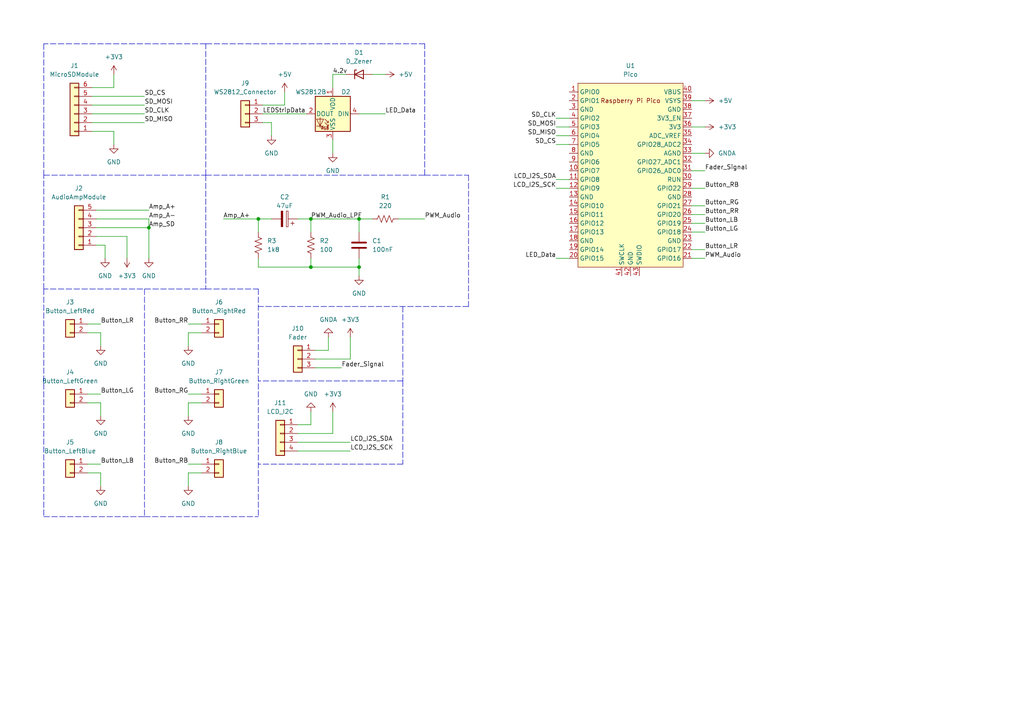
<source format=kicad_sch>
(kicad_sch (version 20211123) (generator eeschema)
  (paper "A4")
  (lib_symbols
    (symbol "Connector_Generic:Conn_01x02" (pin_names (offset 1.016) hide)
      (property "Reference" "J" (at 0 2.54 0))
      (property "Value" "Conn_01x02" (at 0 -5.08 0))
      (symbol "Conn_01x02_1_1"
        (rectangle (start -1.27 -2.413) (end 0 -2.667) (stroke (width 0.1524)))
        (rectangle (start -1.27 0.127) (end 0 -0.127) (stroke (width 0.1524)))
        (rectangle (start -1.27 1.27) (end 1.27 -3.81) (stroke (width 0.254)) (fill (type background)))
        (pin passive line (at -5.08 0 0) (length 3.81) (name "Pin_1") (number "1"))
        (pin passive line (at -5.08 -2.54 0) (length 3.81) (name "Pin_2") (number "2"))
      )
    )
    (symbol "Connector_Generic:Conn_01x03" (pin_names (offset 1.016) hide)
      (property "Reference" "J" (at 0 5.08 0))
      (property "Value" "Conn_01x03" (at 0 -5.08 0))
      (symbol "Conn_01x03_1_1"
        (rectangle (start -1.27 -2.413) (end 0 -2.667) (stroke (width 0.1524)))
        (rectangle (start -1.27 0.127) (end 0 -0.127) (stroke (width 0.1524)))
        (rectangle (start -1.27 2.667) (end 0 2.413) (stroke (width 0.1524)))
        (rectangle (start -1.27 3.81) (end 1.27 -3.81) (stroke (width 0.254)) (fill (type background)))
        (pin passive line (at -5.08 2.54 0) (length 3.81) (name "Pin_1") (number "1"))
        (pin passive line (at -5.08 0 0) (length 3.81) (name "Pin_2") (number "2"))
        (pin passive line (at -5.08 -2.54 0) (length 3.81) (name "Pin_3") (number "3"))
      )
    )
    (symbol "Connector_Generic:Conn_01x04" (pin_names (offset 1.016) hide)
      (property "Reference" "J" (at 0 5.08 0))
      (property "Value" "Conn_01x04" (at 0 -7.62 0))
      (symbol "Conn_01x04_1_1"
        (rectangle (start -1.27 -4.953) (end 0 -5.207) (stroke (width 0.1524)))
        (rectangle (start -1.27 -2.413) (end 0 -2.667) (stroke (width 0.1524)))
        (rectangle (start -1.27 0.127) (end 0 -0.127) (stroke (width 0.1524)))
        (rectangle (start -1.27 2.667) (end 0 2.413) (stroke (width 0.1524)))
        (rectangle (start -1.27 3.81) (end 1.27 -6.35) (stroke (width 0.254)) (fill (type background)))
        (pin passive line (at -5.08 2.54 0) (length 3.81) (name "Pin_1") (number "1"))
        (pin passive line (at -5.08 0 0) (length 3.81) (name "Pin_2") (number "2"))
        (pin passive line (at -5.08 -2.54 0) (length 3.81) (name "Pin_3") (number "3"))
        (pin passive line (at -5.08 -5.08 0) (length 3.81) (name "Pin_4") (number "4"))
      )
    )
    (symbol "Connector_Generic:Conn_01x05" (pin_names (offset 1.016) hide)
      (property "Reference" "J" (at 0 7.62 0))
      (property "Value" "Conn_01x05" (at 0 -7.62 0))
      (symbol "Conn_01x05_1_1"
        (rectangle (start -1.27 -4.953) (end 0 -5.207) (stroke (width 0.1524)))
        (rectangle (start -1.27 -2.413) (end 0 -2.667) (stroke (width 0.1524)))
        (rectangle (start -1.27 0.127) (end 0 -0.127) (stroke (width 0.1524)))
        (rectangle (start -1.27 2.667) (end 0 2.413) (stroke (width 0.1524)))
        (rectangle (start -1.27 5.207) (end 0 4.953) (stroke (width 0.1524)))
        (rectangle (start -1.27 6.35) (end 1.27 -6.35) (stroke (width 0.254)) (fill (type background)))
        (pin passive line (at -5.08 5.08 0) (length 3.81) (name "Pin_1") (number "1"))
        (pin passive line (at -5.08 2.54 0) (length 3.81) (name "Pin_2") (number "2"))
        (pin passive line (at -5.08 0 0) (length 3.81) (name "Pin_3") (number "3"))
        (pin passive line (at -5.08 -2.54 0) (length 3.81) (name "Pin_4") (number "4"))
        (pin passive line (at -5.08 -5.08 0) (length 3.81) (name "Pin_5") (number "5"))
      )
    )
    (symbol "Connector_Generic:Conn_01x06" (pin_names (offset 1.016) hide)
      (property "Reference" "J" (at 0 7.62 0))
      (property "Value" "Conn_01x06" (at 0 -10.16 0))
      (symbol "Conn_01x06_1_1"
        (rectangle (start -1.27 -7.493) (end 0 -7.747) (stroke (width 0.1524)))
        (rectangle (start -1.27 -4.953) (end 0 -5.207) (stroke (width 0.1524)))
        (rectangle (start -1.27 -2.413) (end 0 -2.667) (stroke (width 0.1524)))
        (rectangle (start -1.27 0.127) (end 0 -0.127) (stroke (width 0.1524)))
        (rectangle (start -1.27 2.667) (end 0 2.413) (stroke (width 0.1524)))
        (rectangle (start -1.27 5.207) (end 0 4.953) (stroke (width 0.1524)))
        (rectangle (start -1.27 6.35) (end 1.27 -8.89) (stroke (width 0.254)) (fill (type background)))
        (pin passive line (at -5.08 5.08 0) (length 3.81) (name "Pin_1") (number "1"))
        (pin passive line (at -5.08 2.54 0) (length 3.81) (name "Pin_2") (number "2"))
        (pin passive line (at -5.08 0 0) (length 3.81) (name "Pin_3") (number "3"))
        (pin passive line (at -5.08 -2.54 0) (length 3.81) (name "Pin_4") (number "4"))
        (pin passive line (at -5.08 -5.08 0) (length 3.81) (name "Pin_5") (number "5"))
        (pin passive line (at -5.08 -7.62 0) (length 3.81) (name "Pin_6") (number "6"))
      )
    )
    (symbol "Device:C" (pin_numbers hide) (pin_names (offset 0.254))
      (property "Reference" "C" (at 0.635 2.54 0))
      (property "Value" "C" (at 0.635 -2.54 0))
      (symbol "C_0_1"
        (polyline (pts (xy -2.032 -0.762) (xy 2.032 -0.762)) (stroke (width 0.508)))
        (polyline (pts (xy -2.032 0.762) (xy 2.032 0.762)) (stroke (width 0.508)))
      )
      (symbol "C_1_1"
        (pin passive line (at 0 3.81 270) (length 2.794) (name "~") (number "1"))
        (pin passive line (at 0 -3.81 90) (length 2.794) (name "~") (number "2"))
      )
    )
    (symbol "Device:C_Polarized" (pin_numbers hide) (pin_names (offset 0.254))
      (property "Reference" "C" (at 0.635 2.54 0))
      (property "Value" "C_Polarized" (at 0.635 -2.54 0))
      (symbol "C_Polarized_0_1"
        (rectangle (start -2.286 0.508) (end 2.286 1.016))
        (polyline (pts (xy -1.778 2.286) (xy -0.762 2.286)))
        (polyline (pts (xy -1.27 2.794) (xy -1.27 1.778)))
        (rectangle (start 2.286 -0.508) (end -2.286 -1.016) (fill (type outline)))
      )
      (symbol "C_Polarized_1_1"
        (pin passive line (at 0 3.81 270) (length 2.794) (name "~") (number "1"))
        (pin passive line (at 0 -3.81 90) (length 2.794) (name "~") (number "2"))
      )
    )
    (symbol "Device:D_Zener" (pin_numbers hide) (pin_names (offset 1.016) hide)
      (property "Reference" "D" (at 0 2.54 0))
      (property "Value" "D_Zener" (at 0 -2.54 0))
      (symbol "D_Zener_0_1"
        (polyline (pts (xy 1.27 0) (xy -1.27 0)))
        (polyline (pts (xy -1.27 -1.27) (xy -1.27 1.27) (xy -0.762 1.27)) (stroke (width 0.254)))
        (polyline (pts (xy 1.27 -1.27) (xy 1.27 1.27) (xy -1.27 0) (xy 1.27 -1.27)) (stroke (width 0.254)))
      )
      (symbol "D_Zener_1_1"
        (pin passive line (at -3.81 0 0) (length 2.54) (name "K") (number "1"))
        (pin passive line (at 3.81 0 180) (length 2.54) (name "A") (number "2"))
      )
    )
    (symbol "Device:R_US" (pin_numbers hide) (pin_names (offset 0))
      (property "Reference" "R" (at 2.54 0 90))
      (property "Value" "R_US" (at -2.54 0 90))
      (symbol "R_US_0_1"
        (polyline (pts (xy 0 -2.286) (xy 0 -2.54)))
        (polyline (pts (xy 0 2.286) (xy 0 2.54)))
        (polyline (pts (xy 0 -0.762) (xy 1.016 -1.143) (xy 0 -1.524) (xy -1.016 -1.905) (xy 0 -2.286)))
        (polyline (pts (xy 0 0.762) (xy 1.016 0.381) (xy 0 0) (xy -1.016 -0.381) (xy 0 -0.762)))
        (polyline (pts (xy 0 2.286) (xy 1.016 1.905) (xy 0 1.524) (xy -1.016 1.143) (xy 0 0.762)))
      )
      (symbol "R_US_1_1"
        (pin passive line (at 0 3.81 270) (length 1.27) (name "~") (number "1"))
        (pin passive line (at 0 -3.81 90) (length 1.27) (name "~") (number "2"))
      )
    )
    (symbol "LED:WS2812B" (pin_names (offset 0.254))
      (property "Reference" "D" (at 5.08 5.715 0))
      (property "Value" "WS2812B" (at 1.27 -5.715 0))
      (symbol "WS2812B_0_0"
        (text "RGB" (at 2.286 -4.191 0) (effects (font (size 0.762 0.762))))
      )
      (symbol "WS2812B_0_1"
        (polyline (pts (xy 1.27 -3.556) (xy 1.778 -3.556)))
        (polyline (pts (xy 1.27 -2.54) (xy 1.778 -2.54)))
        (polyline (pts (xy 4.699 -3.556) (xy 2.667 -3.556)))
        (polyline (pts (xy 2.286 -2.54) (xy 1.27 -3.556) (xy 1.27 -3.048)))
        (polyline (pts (xy 2.286 -1.524) (xy 1.27 -2.54) (xy 1.27 -2.032)))
        (polyline (pts (xy 3.683 -1.016) (xy 3.683 -3.556) (xy 3.683 -4.064)))
        (polyline (pts (xy 4.699 -1.524) (xy 2.667 -1.524) (xy 3.683 -3.556) (xy 4.699 -1.524)))
        (rectangle (start 5.08 5.08) (end -5.08 -5.08) (stroke (width 0.254)) (fill (type background)))
      )
      (symbol "WS2812B_1_1"
        (pin power_in line (at 0 7.62 270) (length 2.54) (name "VDD") (number "1"))
        (pin output line (at 7.62 0 180) (length 2.54) (name "DOUT") (number "2"))
        (pin power_in line (at 0 -7.62 90) (length 2.54) (name "VSS") (number "3"))
        (pin input line (at -7.62 0 0) (length 2.54) (name "DIN") (number "4"))
      )
    )
    (symbol "MCU_RaspberryPi_and_Boards:Pico"
      (property "Reference" "U" (at -13.97 27.94 0))
      (property "Value" "Pico" (at 0 19.05 0))
      (symbol "Pico_0_0"
        (text "Raspberry Pi Pico" (at 0 21.59 0) (effects (font (size 1.27 1.27))))
      )
      (symbol "Pico_0_1"
        (rectangle (start -15.24 26.67) (end 15.24 -26.67) (fill (type background)))
      )
      (symbol "Pico_1_1"
        (pin bidirectional line (at -17.78 24.13 0) (length 2.54) (name "GPIO0") (number "1"))
        (pin bidirectional line (at -17.78 1.27 0) (length 2.54) (name "GPIO7") (number "10"))
        (pin bidirectional line (at -17.78 -1.27 0) (length 2.54) (name "GPIO8") (number "11"))
        (pin bidirectional line (at -17.78 -3.81 0) (length 2.54) (name "GPIO9") (number "12"))
        (pin power_in line (at -17.78 -6.35 0) (length 2.54) (name "GND") (number "13"))
        (pin bidirectional line (at -17.78 -8.89 0) (length 2.54) (name "GPIO10") (number "14"))
        (pin bidirectional line (at -17.78 -11.43 0) (length 2.54) (name "GPIO11") (number "15"))
        (pin bidirectional line (at -17.78 -13.97 0) (length 2.54) (name "GPIO12") (number "16"))
        (pin bidirectional line (at -17.78 -16.51 0) (length 2.54) (name "GPIO13") (number "17"))
        (pin power_in line (at -17.78 -19.05 0) (length 2.54) (name "GND") (number "18"))
        (pin bidirectional line (at -17.78 -21.59 0) (length 2.54) (name "GPIO14") (number "19"))
        (pin bidirectional line (at -17.78 21.59 0) (length 2.54) (name "GPIO1") (number "2"))
        (pin bidirectional line (at -17.78 -24.13 0) (length 2.54) (name "GPIO15") (number "20"))
        (pin bidirectional line (at 17.78 -24.13 180) (length 2.54) (name "GPIO16") (number "21"))
        (pin bidirectional line (at 17.78 -21.59 180) (length 2.54) (name "GPIO17") (number "22"))
        (pin power_in line (at 17.78 -19.05 180) (length 2.54) (name "GND") (number "23"))
        (pin bidirectional line (at 17.78 -16.51 180) (length 2.54) (name "GPIO18") (number "24"))
        (pin bidirectional line (at 17.78 -13.97 180) (length 2.54) (name "GPIO19") (number "25"))
        (pin bidirectional line (at 17.78 -11.43 180) (length 2.54) (name "GPIO20") (number "26"))
        (pin bidirectional line (at 17.78 -8.89 180) (length 2.54) (name "GPIO21") (number "27"))
        (pin power_in line (at 17.78 -6.35 180) (length 2.54) (name "GND") (number "28"))
        (pin bidirectional line (at 17.78 -3.81 180) (length 2.54) (name "GPIO22") (number "29"))
        (pin power_in line (at -17.78 19.05 0) (length 2.54) (name "GND") (number "3"))
        (pin input line (at 17.78 -1.27 180) (length 2.54) (name "RUN") (number "30"))
        (pin bidirectional line (at 17.78 1.27 180) (length 2.54) (name "GPIO26_ADC0") (number "31"))
        (pin bidirectional line (at 17.78 3.81 180) (length 2.54) (name "GPIO27_ADC1") (number "32"))
        (pin power_in line (at 17.78 6.35 180) (length 2.54) (name "AGND") (number "33"))
        (pin bidirectional line (at 17.78 8.89 180) (length 2.54) (name "GPIO28_ADC2") (number "34"))
        (pin power_in line (at 17.78 11.43 180) (length 2.54) (name "ADC_VREF") (number "35"))
        (pin power_in line (at 17.78 13.97 180) (length 2.54) (name "3V3") (number "36"))
        (pin input line (at 17.78 16.51 180) (length 2.54) (name "3V3_EN") (number "37"))
        (pin bidirectional line (at 17.78 19.05 180) (length 2.54) (name "GND") (number "38"))
        (pin power_in line (at 17.78 21.59 180) (length 2.54) (name "VSYS") (number "39"))
        (pin bidirectional line (at -17.78 16.51 0) (length 2.54) (name "GPIO2") (number "4"))
        (pin power_in line (at 17.78 24.13 180) (length 2.54) (name "VBUS") (number "40"))
        (pin input line (at -2.54 -29.21 90) (length 2.54) (name "SWCLK") (number "41"))
        (pin power_in line (at 0 -29.21 90) (length 2.54) (name "GND") (number "42"))
        (pin bidirectional line (at 2.54 -29.21 90) (length 2.54) (name "SWDIO") (number "43"))
        (pin bidirectional line (at -17.78 13.97 0) (length 2.54) (name "GPIO3") (number "5"))
        (pin bidirectional line (at -17.78 11.43 0) (length 2.54) (name "GPIO4") (number "6"))
        (pin bidirectional line (at -17.78 8.89 0) (length 2.54) (name "GPIO5") (number "7"))
        (pin power_in line (at -17.78 6.35 0) (length 2.54) (name "GND") (number "8"))
        (pin bidirectional line (at -17.78 3.81 0) (length 2.54) (name "GPIO6") (number "9"))
      )
    )
    (symbol "power:+3.3V" (power) (pin_names (offset 0))
      (property "Value" "+3.3V" (at 0 3.556 0))
      (symbol "+3.3V_0_1"
        (polyline (pts (xy -0.762 1.27) (xy 0 2.54)))
        (polyline (pts (xy 0 0) (xy 0 2.54)))
        (polyline (pts (xy 0 2.54) (xy 0.762 1.27)))
      )
      (symbol "+3.3V_1_1"
        (pin power_in line (at 0 0 90) (length 0) hide (name "+3V3") (number "1"))
      )
    )
    (symbol "power:+5V" (power) (pin_names (offset 0))
      (property "Value" "+5V" (at 0 3.556 0))
      (symbol "+5V_0_1"
        (polyline (pts (xy -0.762 1.27) (xy 0 2.54)))
        (polyline (pts (xy 0 0) (xy 0 2.54)))
        (polyline (pts (xy 0 2.54) (xy 0.762 1.27)))
      )
      (symbol "+5V_1_1"
        (pin power_in line (at 0 0 90) (length 0) hide (name "+5V") (number "1"))
      )
    )
    (symbol "power:GND" (power) (pin_names (offset 0))
      (property "Value" "GND" (at 0 -3.81 0))
      (symbol "GND_0_1"
        (polyline (pts (xy 0 0) (xy 0 -1.27) (xy 1.27 -1.27) (xy 0 -2.54) (xy -1.27 -1.27) (xy 0 -1.27)))
      )
      (symbol "GND_1_1"
        (pin power_in line (at 0 0 270) (length 0) hide (name "GND") (number "1"))
      )
    )
    (symbol "power:GNDA" (power) (pin_names (offset 0))
      (property "Value" "GNDA" (at 0 -3.81 0))
      (symbol "GNDA_0_1"
        (polyline (pts (xy 0 0) (xy 0 -1.27) (xy 1.27 -1.27) (xy 0 -2.54) (xy -1.27 -1.27) (xy 0 -1.27)))
      )
      (symbol "GNDA_1_1"
        (pin power_in line (at 0 0 270) (length 0) hide (name "GNDA") (number "1"))
      )
    )
  )
  (junction (at 104.14 63.5))
  (junction (at 43.18 66.04))
  (junction (at 90.17 63.5))
  (junction (at 74.93 63.5))
  (junction (at 104.14 77.47))
  (junction (at 90.17 77.47))
  (polyline (pts (xy 123.19 50.8) (xy 123.19 12.7)))
  (wire (pts (xy 82.55 26.67) (xy 82.55 30.48)))
  (polyline (pts (xy 123.19 12.7) (xy 59.69 12.7)))
  (wire (pts (xy 26.67 30.48) (xy 41.91 30.48)))
  (wire (pts (xy 54.61 96.52) (xy 58.42 96.52)))
  (polyline (pts (xy 135.89 50.8) (xy 135.89 88.9)))
  (polyline (pts (xy 59.69 83.82) (xy 12.7 83.82)))
  (wire (pts (xy 54.61 116.84) (xy 54.61 120.65)))
  (wire (pts (xy 204.47 72.39) (xy 200.66 72.39)))
  (wire (pts (xy 74.93 77.47) (xy 90.17 77.47)))
  (wire (pts (xy 76.2 33.02) (xy 88.9 33.02)))
  (wire (pts (xy 91.44 106.68) (xy 99.06 106.68)))
  (wire (pts (xy 26.67 35.56) (xy 41.91 35.56)))
  (polyline (pts (xy 59.69 83.82) (xy 74.93 83.82)))
  (wire (pts (xy 76.2 30.48) (xy 82.55 30.48)))
  (wire (pts (xy 29.21 96.52) (xy 29.21 100.33)))
  (wire (pts (xy 104.14 63.5) (xy 104.14 67.31)))
  (wire (pts (xy 29.21 137.16) (xy 25.4 137.16)))
  (polyline (pts (xy 59.69 12.7) (xy 12.7 12.7)))
  (wire (pts (xy 27.94 71.12) (xy 30.48 71.12)))
  (polyline (pts (xy 59.69 50.8) (xy 59.69 83.82)))
  (polyline (pts (xy 116.84 110.49) (xy 116.84 134.62)))
  (polyline (pts (xy 59.69 50.8) (xy 59.69 12.7)))
  (wire (pts (xy 204.47 64.77) (xy 200.66 64.77)))
  (wire (pts (xy 104.14 74.93) (xy 104.14 77.47)))
  (wire (pts (xy 27.94 60.96) (xy 43.18 60.96)))
  (wire (pts (xy 30.48 71.12) (xy 30.48 74.93)))
  (wire (pts (xy 204.47 62.23) (xy 200.66 62.23)))
  (wire (pts (xy 54.61 93.98) (xy 58.42 93.98)))
  (wire (pts (xy 161.29 34.29) (xy 165.1 34.29)))
  (wire (pts (xy 204.47 74.93) (xy 200.66 74.93)))
  (wire (pts (xy 26.67 33.02) (xy 41.91 33.02)))
  (wire (pts (xy 204.47 36.83) (xy 200.66 36.83)))
  (wire (pts (xy 27.94 68.58) (xy 36.83 68.58)))
  (wire (pts (xy 27.94 66.04) (xy 43.18 66.04)))
  (wire (pts (xy 74.93 74.93) (xy 74.93 77.47)))
  (wire (pts (xy 96.52 44.45) (xy 96.52 40.64)))
  (polyline (pts (xy 12.7 83.82) (xy 12.7 50.8)))
  (wire (pts (xy 90.17 74.93) (xy 90.17 77.47)))
  (polyline (pts (xy 123.19 50.8) (xy 135.89 50.8)))
  (wire (pts (xy 90.17 123.19) (xy 86.36 123.19)))
  (wire (pts (xy 25.4 93.98) (xy 29.21 93.98)))
  (polyline (pts (xy 74.93 83.82) (xy 74.93 149.86)))
  (wire (pts (xy 96.52 125.73) (xy 86.36 125.73)))
  (wire (pts (xy 204.47 49.53) (xy 200.66 49.53)))
  (polyline (pts (xy 41.91 83.82) (xy 41.91 149.86)))
  (wire (pts (xy 26.67 38.1) (xy 33.02 38.1)))
  (wire (pts (xy 54.61 96.52) (xy 54.61 100.33)))
  (wire (pts (xy 54.61 137.16) (xy 54.61 140.97)))
  (wire (pts (xy 26.67 27.94) (xy 41.91 27.94)))
  (wire (pts (xy 29.21 140.97) (xy 29.21 137.16)))
  (polyline (pts (xy 12.7 12.7) (xy 12.7 50.8)))
  (polyline (pts (xy 116.84 110.49) (xy 74.93 110.49)))
  (wire (pts (xy 204.47 54.61) (xy 200.66 54.61)))
  (wire (pts (xy 101.6 104.14) (xy 101.6 97.79)))
  (wire (pts (xy 43.18 63.5) (xy 43.18 66.04)))
  (wire (pts (xy 115.57 63.5) (xy 123.19 63.5)))
  (wire (pts (xy 76.2 35.56) (xy 78.74 35.56)))
  (wire (pts (xy 26.67 25.4) (xy 33.02 25.4)))
  (wire (pts (xy 204.47 44.45) (xy 200.66 44.45)))
  (wire (pts (xy 54.61 134.62) (xy 58.42 134.62)))
  (wire (pts (xy 104.14 63.5) (xy 107.95 63.5)))
  (wire (pts (xy 100.33 21.59) (xy 96.52 21.59)))
  (wire (pts (xy 91.44 104.14) (xy 101.6 104.14)))
  (wire (pts (xy 161.29 36.83) (xy 165.1 36.83)))
  (wire (pts (xy 96.52 119.38) (xy 96.52 125.73)))
  (wire (pts (xy 33.02 38.1) (xy 33.02 41.91)))
  (wire (pts (xy 95.25 97.79) (xy 95.25 101.6)))
  (polyline (pts (xy 12.7 149.86) (xy 41.91 149.86)))
  (polyline (pts (xy 116.84 88.9) (xy 116.84 110.49)))
  (wire (pts (xy 58.42 137.16) (xy 54.61 137.16)))
  (wire (pts (xy 54.61 116.84) (xy 58.42 116.84)))
  (wire (pts (xy 161.29 74.93) (xy 165.1 74.93)))
  (wire (pts (xy 36.83 68.58) (xy 36.83 74.93)))
  (wire (pts (xy 161.29 52.07) (xy 165.1 52.07)))
  (wire (pts (xy 104.14 33.02) (xy 111.76 33.02)))
  (polyline (pts (xy 12.7 83.82) (xy 12.7 149.86)))
  (wire (pts (xy 29.21 96.52) (xy 25.4 96.52)))
  (wire (pts (xy 64.77 63.5) (xy 74.93 63.5)))
  (wire (pts (xy 90.17 77.47) (xy 104.14 77.47)))
  (wire (pts (xy 29.21 116.84) (xy 29.21 120.65)))
  (polyline (pts (xy 135.89 88.9) (xy 74.93 88.9)))
  (wire (pts (xy 74.93 63.5) (xy 74.93 67.31)))
  (wire (pts (xy 54.61 114.3) (xy 58.42 114.3)))
  (wire (pts (xy 90.17 119.38) (xy 90.17 123.19)))
  (wire (pts (xy 204.47 67.31) (xy 200.66 67.31)))
  (wire (pts (xy 161.29 39.37) (xy 165.1 39.37)))
  (wire (pts (xy 161.29 41.91) (xy 165.1 41.91)))
  (polyline (pts (xy 59.69 50.8) (xy 123.19 50.8)))
  (wire (pts (xy 25.4 134.62) (xy 29.21 134.62)))
  (wire (pts (xy 33.02 21.59) (xy 33.02 25.4)))
  (wire (pts (xy 90.17 63.5) (xy 90.17 67.31)))
  (wire (pts (xy 104.14 77.47) (xy 104.14 80.01)))
  (wire (pts (xy 204.47 59.69) (xy 200.66 59.69)))
  (polyline (pts (xy 12.7 50.8) (xy 59.69 50.8)))
  (wire (pts (xy 29.21 116.84) (xy 25.4 116.84)))
  (wire (pts (xy 111.76 21.59) (xy 107.95 21.59)))
  (wire (pts (xy 86.36 130.81) (xy 101.6 130.81)))
  (wire (pts (xy 86.36 128.27) (xy 101.6 128.27)))
  (wire (pts (xy 86.36 63.5) (xy 90.17 63.5)))
  (polyline (pts (xy 116.84 134.62) (xy 74.93 134.62)))
  (wire (pts (xy 27.94 63.5) (xy 43.18 63.5)))
  (wire (pts (xy 78.74 35.56) (xy 78.74 39.37)))
  (wire (pts (xy 78.74 63.5) (xy 74.93 63.5)))
  (wire (pts (xy 90.17 63.5) (xy 104.14 63.5)))
  (wire (pts (xy 25.4 114.3) (xy 29.21 114.3)))
  (polyline (pts (xy 41.91 149.86) (xy 74.93 149.86)))
  (wire (pts (xy 204.47 29.21) (xy 200.66 29.21)))
  (wire (pts (xy 43.18 66.04) (xy 43.18 74.93)))
  (wire (pts (xy 96.52 21.59) (xy 96.52 25.4)))
  (wire (pts (xy 161.29 54.61) (xy 165.1 54.61)))
  (wire (pts (xy 91.44 101.6) (xy 95.25 101.6)))
  (label "Button_LB" (at 29.21 134.62 0))
  (label "4.2v" (at 96.52 21.59 0))
  (label "PWM_Audio" (at 123.19 63.5 0))
  (label "SD_CS" (at 41.91 27.94 0))
  (label "SD_MOSI" (at 161.29 36.83 180))
  (label "Amp_A-" (at 43.18 63.5 0))
  (label "SD_CLK" (at 161.29 34.29 180))
  (label "LED_Data" (at 161.29 74.93 180))
  (label "SD_MISO" (at 41.91 35.56 0))
  (label "LEDStripData" (at 76.2 33.02 0))
  (label "Button_RB" (at 54.61 134.62 180))
  (label "PWM_Audio" (at 204.47 74.93 0))
  (label "Fader_Signal" (at 99.06 106.68 0))
  (label "SD_MISO" (at 161.29 39.37 180))
  (label "Button_LR" (at 204.47 72.39 0))
  (label "SD_MOSI" (at 41.91 30.48 0))
  (label "Button_RG" (at 204.47 59.69 0))
  (label "Button_LG" (at 29.21 114.3 0))
  (label "LED_Data" (at 111.76 33.02 0))
  (label "SD_CS" (at 161.29 41.91 180))
  (label "Button_LR" (at 29.21 93.98 0))
  (label "LCD_I2S_SCK" (at 161.29 54.61 180))
  (label "Button_RR" (at 204.47 62.23 0))
  (label "Button_LG" (at 204.47 67.31 0))
  (label "Button_RB" (at 204.47 54.61 0))
  (label "LCD_I2S_SDA" (at 101.6 128.27 0))
  (label "Button_RG" (at 54.61 114.3 180))
  (label "Button_LB" (at 204.47 64.77 0))
  (label "Amp_SD" (at 43.18 66.04 0))
  (label "PWM_Audio_LPF" (at 90.17 63.5 0))
  (label "Amp_A+" (at 43.18 60.96 0))
  (label "Button_RR" (at 54.61 93.98 180))
  (label "LCD_I2S_SCK" (at 101.6 130.81 0))
  (label "LCD_I2S_SDA" (at 161.29 52.07 180))
  (label "Fader_Signal" (at 204.47 49.53 0))
  (label "Amp_A+" (at 64.77 63.5 0))
  (label "SD_CLK" (at 41.91 33.02 0))
  (symbol (lib_id "Device:C_Polarized") (at 82.55 63.5 270) (mirror x) (unit 1)
    (property "Reference" "C2" (at 82.55 57.15 90))
    (property "Value" "47uF" (at 82.55 59.69 90))
    (property "Footprint" "Capacitor_THT:CP_Radial_D4.0mm_P2.00mm" (effects hide))
  )
  (symbol (lib_id "MCU_RaspberryPi_and_Boards:Pico") (at 182.88 50.8 0) (unit 1)
    (property "Reference" "U1" (at 182.88 19.05 0))
    (property "Value" "Pico" (at 182.88 21.59 0))
    (property "Footprint" "MCU_RaspberryPi_and_Boards:RPi_Pico_SMD_TH" (effects hide))
  )
  (symbol (lib_id "power:GND") (at 29.21 120.65 0) (unit 1)
    (property "Reference" "#PWR0110" (effects hide))
    (property "Value" "GND" (at 29.21 125.73 0))
  )
  (symbol (lib_id "Connector_Generic:Conn_01x02") (at 63.5 134.62 0) (unit 1)
    (property "Reference" "J8" (at 63.5 128.27 0))
    (property "Value" "Button_RightBlue" (at 63.5 130.81 0))
    (property "Footprint" "Connector_JST:JST_XH_B2B-XH-A_1x02_P2.50mm_Vertical" (effects hide))
  )
  (symbol (lib_id "power:GND") (at 43.18 74.93 0) (unit 1)
    (property "Reference" "#PWR0105" (effects hide))
    (property "Value" "GND" (at 43.18 80.01 0))
  )
  (symbol (lib_id "Connector_Generic:Conn_01x02") (at 63.5 114.3 0) (unit 1)
    (property "Reference" "J7" (at 63.5 107.95 0))
    (property "Value" "Button_RightGreen" (at 63.5 110.49 0))
    (property "Footprint" "Connector_JST:JST_XH_B2B-XH-A_1x02_P2.50mm_Vertical" (effects hide))
  )
  (symbol (lib_id "Device:R_US") (at 111.76 63.5 90) (unit 1)
    (property "Reference" "R1" (at 111.76 57.15 90))
    (property "Value" "220" (at 111.76 59.69 90))
    (property "Footprint" "Resistor_THT:R_Axial_DIN0207_L6.3mm_D2.5mm_P7.62mm_Horizontal" (effects hide))
  )
  (symbol (lib_id "power:GND") (at 96.52 44.45 0) (unit 1)
    (property "Reference" "#PWR0114" (effects hide))
    (property "Value" "GND" (at 96.52 49.53 0))
  )
  (symbol (lib_id "power:GND") (at 78.74 39.37 0) (unit 1)
    (property "Reference" "#PWR0104" (effects hide))
    (property "Value" "GND" (at 78.74 44.45 0))
  )
  (symbol (lib_id "power:+3.3V") (at 101.6 97.79 0) (unit 1)
    (property "Reference" "#PWR0120" (effects hide))
    (property "Value" "+3.3V" (at 101.6 92.71 0))
  )
  (symbol (lib_id "Connector_Generic:Conn_01x03") (at 86.36 104.14 0) (mirror y) (unit 1)
    (property "Reference" "J10" (at 86.36 95.25 0))
    (property "Value" "Fader" (at 86.36 97.79 0))
    (property "Footprint" "Connector_PinHeader_2.54mm:PinHeader_1x03_P2.54mm_Vertical" (effects hide))
  )
  (symbol (lib_id "Device:R_US") (at 90.17 71.12 180) (unit 1)
    (property "Reference" "R2" (at 92.71 69.8499 0) (effects (justify right)))
    (property "Value" "100" (at 92.71 72.3899 0) (effects (justify right)))
    (property "Footprint" "Resistor_THT:R_Axial_DIN0207_L6.3mm_D2.5mm_P7.62mm_Horizontal" (effects hide))
  )
  (symbol (lib_id "power:GND") (at 29.21 140.97 0) (unit 1)
    (property "Reference" "#PWR0111" (effects hide))
    (property "Value" "GND" (at 29.21 146.05 0))
  )
  (symbol (lib_id "Connector_Generic:Conn_01x03") (at 71.12 33.02 0) (mirror y) (unit 1)
    (property "Reference" "J9" (at 71.12 24.13 0))
    (property "Value" "WS2812_Connector" (at 71.12 26.67 0))
    (property "Footprint" "Connector_PinHeader_2.54mm:PinHeader_1x03_P2.54mm_Vertical" (effects hide))
  )
  (symbol (lib_id "power:GND") (at 30.48 74.93 0) (unit 1)
    (property "Reference" "#PWR0107" (effects hide))
    (property "Value" "GND" (at 30.48 80.01 0))
  )
  (symbol (lib_id "Connector_Generic:Conn_01x02") (at 20.32 114.3 0) (mirror y) (unit 1)
    (property "Reference" "J4" (at 20.32 107.95 0))
    (property "Value" "Button_LeftGreen" (at 20.32 110.49 0))
    (property "Footprint" "Connector_JST:JST_XH_B2B-XH-A_1x02_P2.50mm_Vertical" (effects hide))
  )
  (symbol (lib_id "power:+3.3V") (at 96.52 119.38 0) (unit 1)
    (property "Reference" "#PWR0117" (effects hide))
    (property "Value" "+3.3V" (at 96.52 114.3 0))
  )
  (symbol (lib_id "Connector_Generic:Conn_01x05") (at 22.86 66.04 180) (unit 1)
    (property "Reference" "J2" (at 22.86 54.61 0))
    (property "Value" "AudioAmpModule" (at 22.86 57.15 0))
    (property "Footprint" "Connector_PinHeader_2.54mm:PinHeader_1x05_P2.54mm_Vertical" (effects hide))
  )
  (symbol (lib_id "power:+3.3V") (at 33.02 21.59 0) (unit 1)
    (property "Reference" "#PWR0101" (effects hide))
    (property "Value" "+3.3V" (at 33.02 16.51 0))
  )
  (symbol (lib_id "power:+5V") (at 111.76 21.59 270) (unit 1)
    (property "Reference" "#PWR0113" (effects hide))
    (property "Value" "+5V" (at 115.57 21.5899 90) (effects (justify left)))
  )
  (symbol (lib_id "power:GNDA") (at 95.25 97.79 180) (unit 1)
    (property "Reference" "#PWR0118" (effects hide))
    (property "Value" "GNDA" (at 95.25 92.71 0))
  )
  (symbol (lib_id "Connector_Generic:Conn_01x02") (at 20.32 134.62 0) (mirror y) (unit 1)
    (property "Reference" "J5" (at 20.32 128.27 0))
    (property "Value" "Button_LeftBlue" (at 20.32 130.81 0))
    (property "Footprint" "Connector_JST:JST_XH_B2B-XH-A_1x02_P2.50mm_Vertical" (effects hide))
  )
  (symbol (lib_id "Device:R_US") (at 74.93 71.12 180) (unit 1)
    (property "Reference" "R3" (at 77.47 69.8499 0) (effects (justify right)))
    (property "Value" "1k8" (at 77.47 72.3899 0) (effects (justify right)))
    (property "Footprint" "Resistor_THT:R_Axial_DIN0207_L6.3mm_D2.5mm_P7.62mm_Horizontal" (effects hide))
  )
  (symbol (lib_id "power:GND") (at 54.61 140.97 0) (unit 1)
    (property "Reference" "#PWR0112" (effects hide))
    (property "Value" "GND" (at 54.61 146.05 0))
  )
  (symbol (lib_id "power:+5V") (at 204.47 29.21 270) (unit 1)
    (property "Reference" "#PWR0121" (effects hide))
    (property "Value" "+5V" (at 208.28 29.2099 90) (effects (justify left)))
  )
  (symbol (lib_id "power:+3.3V") (at 36.83 74.93 180) (unit 1)
    (property "Reference" "#PWR0106" (effects hide))
    (property "Value" "+3.3V" (at 36.83 80.01 0))
  )
  (symbol (lib_id "Device:D_Zener") (at 104.14 21.59 0) (unit 1)
    (property "Reference" "D1" (at 104.14 15.24 0))
    (property "Value" "D_Zener" (at 104.14 17.78 0))
    (property "Footprint" "Diode_THT:D_T-1_P5.08mm_Horizontal" (effects hide))
  )
  (symbol (lib_id "power:GNDA") (at 204.47 44.45 90) (unit 1)
    (property "Reference" "#PWR0123" (effects hide))
    (property "Value" "GNDA" (at 208.28 44.4499 90) (effects (justify right)))
  )
  (symbol (lib_id "Device:C") (at 104.14 71.12 180) (unit 1)
    (property "Reference" "C1" (at 107.95 69.8499 0) (effects (justify right)))
    (property "Value" "100nF" (at 107.95 72.3899 0) (effects (justify right)))
    (property "Footprint" "Capacitor_THT:C_Disc_D4.3mm_W1.9mm_P5.00mm" (effects hide))
  )
  (symbol (lib_id "power:GND") (at 90.17 119.38 180) (unit 1)
    (property "Reference" "#PWR0119" (effects hide))
    (property "Value" "GND" (at 90.17 114.3 0))
  )
  (symbol (lib_id "power:GND") (at 33.02 41.91 0) (unit 1)
    (property "Reference" "#PWR0102" (effects hide))
    (property "Value" "GND" (at 33.02 46.99 0))
  )
  (symbol (lib_id "power:GND") (at 54.61 120.65 0) (unit 1)
    (property "Reference" "#PWR0116" (effects hide))
    (property "Value" "GND" (at 54.61 125.73 0))
  )
  (symbol (lib_id "power:+3.3V") (at 204.47 36.83 270) (unit 1)
    (property "Reference" "#PWR0122" (effects hide))
    (property "Value" "+3.3V" (at 208.28 36.8299 90) (effects (justify left)))
  )
  (symbol (lib_id "LED:WS2812B") (at 96.52 33.02 0) (mirror y) (unit 1)
    (property "Reference" "D2" (at 100.33 26.67 0))
    (property "Value" "WS2812B" (at 90.17 26.67 0))
    (property "Footprint" "Library:WS2812B_Strip_Single" (effects hide))
    (property "Datasheet" "https://cdn-shop.adafruit.com/datasheets/WS2812B.pdf" (effects hide))
  )
  (symbol (lib_id "Connector_Generic:Conn_01x02") (at 63.5 93.98 0) (unit 1)
    (property "Reference" "J6" (at 63.5 87.63 0))
    (property "Value" "Button_RightRed" (at 63.5 90.17 0))
    (property "Footprint" "Connector_JST:JST_XH_B2B-XH-A_1x02_P2.50mm_Vertical" (effects hide))
  )
  (symbol (lib_id "power:GND") (at 104.14 80.01 0) (unit 1)
    (property "Reference" "#PWR0115" (effects hide))
    (property "Value" "GND" (at 104.14 85.09 0))
  )
  (symbol (lib_id "power:+5V") (at 82.55 26.67 0) (unit 1)
    (property "Reference" "#PWR0103" (effects hide))
    (property "Value" "+5V" (at 82.55 21.59 0))
  )
  (symbol (lib_id "Connector_Generic:Conn_01x02") (at 20.32 93.98 0) (mirror y) (unit 1)
    (property "Reference" "J3" (at 20.32 87.63 0))
    (property "Value" "Button_LeftRed" (at 20.32 90.17 0))
    (property "Footprint" "Connector_JST:JST_XH_B2B-XH-A_1x02_P2.50mm_Vertical" (effects hide))
  )
  (symbol (lib_id "Connector_Generic:Conn_01x04") (at 81.28 125.73 0) (mirror y) (unit 1)
    (property "Reference" "J11" (at 81.28 116.84 0))
    (property "Value" "LCD_I2C" (at 81.28 119.38 0))
    (property "Footprint" "Connector_PinHeader_2.54mm:PinHeader_1x04_P2.54mm_Vertical" (effects hide))
  )
  (symbol (lib_id "Connector_Generic:Conn_01x06") (at 21.59 33.02 180) (unit 1)
    (property "Reference" "J1" (at 21.59 19.05 0))
    (property "Value" "MicroSDModule" (at 21.59 21.59 0))
    (property "Footprint" "Connector_PinHeader_2.54mm:PinHeader_1x06_P2.54mm_Vertical" (effects hide))
  )
  (symbol (lib_id "power:GND") (at 54.61 100.33 0) (unit 1)
    (property "Reference" "#PWR0109" (effects hide))
    (property "Value" "GND" (at 54.61 105.41 0))
  )
  (symbol (lib_id "power:GND") (at 29.21 100.33 0) (unit 1)
    (property "Reference" "#PWR0108" (effects hide))
    (property "Value" "GND" (at 29.21 105.41 0))
  )
)
</source>
